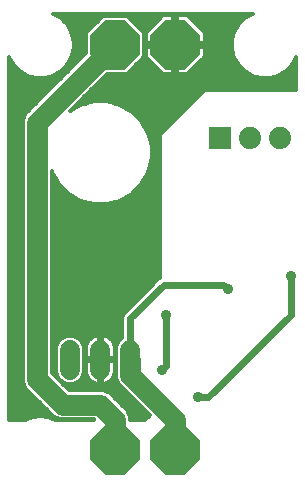
<source format=gbl>
G75*
G70*
%OFA0B0*%
%FSLAX24Y24*%
%IPPOS*%
%LPD*%
%AMOC8*
5,1,8,0,0,1.08239X$1,22.5*
%
%ADD10C,0.0660*%
%ADD11OC8,0.1640*%
%ADD12R,0.0740X0.0740*%
%ADD13C,0.0740*%
%ADD14C,0.0360*%
%ADD15C,0.0240*%
%ADD16C,0.0700*%
%ADD17C,0.0120*%
D10*
X002661Y004271D02*
X002661Y004931D01*
X003661Y004931D02*
X003661Y004271D01*
X004661Y004271D02*
X004661Y004931D01*
D11*
X004161Y001601D03*
X006161Y001601D03*
X006161Y015101D03*
X004161Y015101D03*
D12*
X007661Y011981D03*
D13*
X008661Y011981D03*
X009661Y011981D03*
D14*
X010011Y007401D03*
X007911Y006951D03*
X005861Y006101D03*
X004661Y007101D03*
X004661Y007601D03*
X004661Y008101D03*
X004661Y008601D03*
X004661Y009101D03*
X004661Y009601D03*
X003661Y009101D03*
X003661Y008601D03*
X003661Y008101D03*
X003661Y007601D03*
X003661Y007101D03*
X002661Y007101D03*
X002661Y007601D03*
X002661Y008101D03*
X002661Y008601D03*
X002661Y009101D03*
X002661Y009601D03*
X005711Y004251D03*
X006911Y003351D03*
D15*
X007261Y003351D01*
X010011Y006101D01*
X010011Y007401D01*
X007911Y006951D02*
X007761Y007101D01*
X005779Y007101D01*
X004661Y005983D01*
X004661Y004601D01*
X005711Y004251D02*
X005861Y004401D01*
X005861Y006101D01*
D16*
X004661Y004601D02*
X004661Y004101D01*
X006161Y002601D01*
X006161Y001601D01*
X004161Y001601D02*
X004161Y002601D01*
X003661Y003101D01*
X002411Y003101D01*
X001561Y003951D01*
X001561Y012501D01*
X004161Y015101D01*
D17*
X000621Y014694D02*
X000621Y002601D01*
X001173Y002601D01*
X001233Y002635D01*
X001515Y002711D01*
X001807Y002711D01*
X002090Y002635D01*
X002149Y002601D01*
X003468Y002601D01*
X003458Y002611D01*
X002314Y002611D01*
X002134Y002685D01*
X001996Y002823D01*
X001996Y002823D01*
X001284Y003535D01*
X001146Y003673D01*
X001071Y003853D01*
X001071Y012403D01*
X001071Y012598D01*
X001146Y012778D01*
X003201Y014834D01*
X003201Y015498D01*
X003764Y016061D01*
X004559Y016061D01*
X005121Y015498D01*
X005121Y014703D01*
X004559Y014141D01*
X003894Y014141D01*
X002638Y012884D01*
X003001Y013094D01*
X003436Y013211D01*
X003886Y013211D01*
X004321Y013094D01*
X004711Y012869D01*
X005030Y012551D01*
X005255Y012161D01*
X005371Y011726D01*
X005371Y011276D01*
X005255Y010841D01*
X005030Y010451D01*
X004711Y010132D01*
X004321Y009907D01*
X003886Y009791D01*
X003436Y009791D01*
X003001Y009907D01*
X002611Y010132D01*
X002293Y010451D01*
X002068Y010841D01*
X002051Y010903D01*
X002051Y004154D01*
X002614Y003591D01*
X003564Y003591D01*
X003759Y003591D01*
X003939Y003516D01*
X004439Y003016D01*
X004577Y002878D01*
X004651Y002698D01*
X004651Y002601D01*
X005161Y002601D01*
X005315Y002754D01*
X004246Y003823D01*
X004171Y004003D01*
X004171Y004198D01*
X004171Y004698D01*
X004191Y004746D01*
X004191Y005024D01*
X004263Y005197D01*
X004395Y005329D01*
X004401Y005332D01*
X004401Y005931D01*
X004401Y006034D01*
X004441Y006130D01*
X005559Y007248D01*
X005632Y007321D01*
X005661Y007333D01*
X005661Y012101D01*
X007161Y013601D01*
X010201Y013601D01*
X010201Y014694D01*
X010196Y014672D01*
X010049Y014419D01*
X009843Y014213D01*
X009590Y014066D01*
X009307Y013991D01*
X009015Y013991D01*
X008733Y014066D01*
X008480Y014213D01*
X008273Y014419D01*
X008127Y014672D01*
X008051Y014955D01*
X008051Y015247D01*
X008127Y015529D01*
X008273Y015782D01*
X008480Y015989D01*
X008733Y016135D01*
X008751Y016140D01*
X002080Y016138D01*
X002090Y016135D01*
X002343Y015989D01*
X002549Y015782D01*
X002696Y015529D01*
X002771Y015247D01*
X002771Y014955D01*
X002696Y014672D01*
X002549Y014419D01*
X002343Y014213D01*
X002090Y014066D01*
X001807Y013991D01*
X001515Y013991D01*
X001233Y014066D01*
X000980Y014213D01*
X000773Y014419D01*
X000627Y014672D01*
X000621Y014694D01*
X000621Y014682D02*
X000624Y014682D01*
X000621Y014563D02*
X000690Y014563D01*
X000621Y014445D02*
X000758Y014445D01*
X000866Y014326D02*
X000621Y014326D01*
X000621Y014207D02*
X000989Y014207D01*
X001194Y014089D02*
X000621Y014089D01*
X000621Y013970D02*
X002338Y013970D01*
X002219Y013852D02*
X000621Y013852D01*
X000621Y013733D02*
X002101Y013733D01*
X001982Y013615D02*
X000621Y013615D01*
X000621Y013496D02*
X001864Y013496D01*
X001745Y013378D02*
X000621Y013378D01*
X000621Y013259D02*
X001627Y013259D01*
X001508Y013141D02*
X000621Y013141D01*
X000621Y013022D02*
X001390Y013022D01*
X001271Y012903D02*
X000621Y012903D01*
X000621Y012785D02*
X001152Y012785D01*
X001099Y012666D02*
X000621Y012666D01*
X000621Y012548D02*
X001071Y012548D01*
X001071Y012429D02*
X000621Y012429D01*
X000621Y012311D02*
X001071Y012311D01*
X001071Y012192D02*
X000621Y012192D01*
X000621Y012074D02*
X001071Y012074D01*
X001071Y011955D02*
X000621Y011955D01*
X000621Y011837D02*
X001071Y011837D01*
X001071Y011718D02*
X000621Y011718D01*
X000621Y011599D02*
X001071Y011599D01*
X001071Y011481D02*
X000621Y011481D01*
X000621Y011362D02*
X001071Y011362D01*
X001071Y011244D02*
X000621Y011244D01*
X000621Y011125D02*
X001071Y011125D01*
X001071Y011007D02*
X000621Y011007D01*
X000621Y010888D02*
X001071Y010888D01*
X001071Y010770D02*
X000621Y010770D01*
X000621Y010651D02*
X001071Y010651D01*
X001071Y010533D02*
X000621Y010533D01*
X000621Y010414D02*
X001071Y010414D01*
X001071Y010296D02*
X000621Y010296D01*
X000621Y010177D02*
X001071Y010177D01*
X001071Y010058D02*
X000621Y010058D01*
X000621Y009940D02*
X001071Y009940D01*
X001071Y009821D02*
X000621Y009821D01*
X000621Y009703D02*
X001071Y009703D01*
X001071Y009584D02*
X000621Y009584D01*
X000621Y009466D02*
X001071Y009466D01*
X001071Y009347D02*
X000621Y009347D01*
X000621Y009229D02*
X001071Y009229D01*
X001071Y009110D02*
X000621Y009110D01*
X000621Y008992D02*
X001071Y008992D01*
X001071Y008873D02*
X000621Y008873D01*
X000621Y008754D02*
X001071Y008754D01*
X001071Y008636D02*
X000621Y008636D01*
X000621Y008517D02*
X001071Y008517D01*
X001071Y008399D02*
X000621Y008399D01*
X000621Y008280D02*
X001071Y008280D01*
X001071Y008162D02*
X000621Y008162D01*
X000621Y008043D02*
X001071Y008043D01*
X001071Y007925D02*
X000621Y007925D01*
X000621Y007806D02*
X001071Y007806D01*
X001071Y007688D02*
X000621Y007688D01*
X000621Y007569D02*
X001071Y007569D01*
X001071Y007450D02*
X000621Y007450D01*
X000621Y007332D02*
X001071Y007332D01*
X001071Y007213D02*
X000621Y007213D01*
X000621Y007095D02*
X001071Y007095D01*
X001071Y006976D02*
X000621Y006976D01*
X000621Y006858D02*
X001071Y006858D01*
X001071Y006739D02*
X000621Y006739D01*
X000621Y006621D02*
X001071Y006621D01*
X001071Y006502D02*
X000621Y006502D01*
X000621Y006384D02*
X001071Y006384D01*
X001071Y006265D02*
X000621Y006265D01*
X000621Y006146D02*
X001071Y006146D01*
X001071Y006028D02*
X000621Y006028D01*
X000621Y005909D02*
X001071Y005909D01*
X001071Y005791D02*
X000621Y005791D01*
X000621Y005672D02*
X001071Y005672D01*
X001071Y005554D02*
X000621Y005554D01*
X000621Y005435D02*
X001071Y005435D01*
X001071Y005317D02*
X000621Y005317D01*
X000621Y005198D02*
X001071Y005198D01*
X001071Y005080D02*
X000621Y005080D01*
X000621Y004961D02*
X001071Y004961D01*
X001071Y004843D02*
X000621Y004843D01*
X000621Y004724D02*
X001071Y004724D01*
X001071Y004605D02*
X000621Y004605D01*
X000621Y004487D02*
X001071Y004487D01*
X001071Y004368D02*
X000621Y004368D01*
X000621Y004250D02*
X001071Y004250D01*
X001071Y004131D02*
X000621Y004131D01*
X000621Y004013D02*
X001071Y004013D01*
X001071Y003894D02*
X000621Y003894D01*
X000621Y003776D02*
X001103Y003776D01*
X001162Y003657D02*
X000621Y003657D01*
X000621Y003539D02*
X001281Y003539D01*
X001399Y003420D02*
X000621Y003420D01*
X000621Y003301D02*
X001518Y003301D01*
X001636Y003183D02*
X000621Y003183D01*
X000621Y003064D02*
X001755Y003064D01*
X001873Y002946D02*
X000621Y002946D01*
X000621Y002827D02*
X001992Y002827D01*
X002110Y002709D02*
X001815Y002709D01*
X001508Y002709D02*
X000621Y002709D01*
X002051Y004250D02*
X002191Y004250D01*
X002191Y004177D02*
X002263Y004005D01*
X002395Y003872D01*
X002568Y003801D01*
X002755Y003801D01*
X002927Y003872D01*
X003060Y004005D01*
X003131Y004177D01*
X003131Y005024D01*
X003060Y005197D01*
X002927Y005329D01*
X002755Y005401D01*
X002568Y005401D01*
X002395Y005329D01*
X002263Y005197D01*
X002191Y005024D01*
X002191Y004177D01*
X002210Y004131D02*
X002074Y004131D01*
X002192Y004013D02*
X002259Y004013D01*
X002311Y003894D02*
X002373Y003894D01*
X002429Y003776D02*
X004293Y003776D01*
X004216Y003894D02*
X003976Y003894D01*
X003980Y003897D02*
X004035Y003952D01*
X004080Y004014D01*
X004115Y004083D01*
X004139Y004156D01*
X004151Y004232D01*
X004151Y004551D01*
X003711Y004551D01*
X003711Y003783D01*
X003776Y003793D01*
X003849Y003817D01*
X003918Y003852D01*
X003980Y003897D01*
X004079Y004013D02*
X004171Y004013D01*
X004171Y004131D02*
X004131Y004131D01*
X004151Y004250D02*
X004171Y004250D01*
X004171Y004368D02*
X004151Y004368D01*
X004151Y004487D02*
X004171Y004487D01*
X004171Y004605D02*
X003711Y004605D01*
X003711Y004651D02*
X004151Y004651D01*
X004151Y004969D01*
X004139Y005046D01*
X004115Y005119D01*
X004080Y005188D01*
X004035Y005250D01*
X003980Y005305D01*
X003918Y005350D01*
X003849Y005385D01*
X003776Y005409D01*
X003711Y005419D01*
X003711Y004651D01*
X003611Y004651D01*
X003611Y004551D01*
X003171Y004551D01*
X003171Y004232D01*
X003183Y004156D01*
X003207Y004083D01*
X003242Y004014D01*
X003287Y003952D01*
X003342Y003897D01*
X003404Y003852D01*
X003473Y003817D01*
X003546Y003793D01*
X003611Y003783D01*
X003611Y004551D01*
X003711Y004551D01*
X003711Y004651D01*
X003711Y004724D02*
X003611Y004724D01*
X003611Y004651D02*
X003611Y005419D01*
X003546Y005409D01*
X003473Y005385D01*
X003404Y005350D01*
X003342Y005305D01*
X003287Y005250D01*
X003242Y005188D01*
X003207Y005119D01*
X003183Y005046D01*
X003171Y004969D01*
X003171Y004651D01*
X003611Y004651D01*
X003611Y004605D02*
X003131Y004605D01*
X003131Y004487D02*
X003171Y004487D01*
X003171Y004368D02*
X003131Y004368D01*
X003131Y004250D02*
X003171Y004250D01*
X003191Y004131D02*
X003112Y004131D01*
X003063Y004013D02*
X003243Y004013D01*
X003346Y003894D02*
X002949Y003894D01*
X002548Y003657D02*
X004412Y003657D01*
X004531Y003539D02*
X003885Y003539D01*
X004035Y003420D02*
X004649Y003420D01*
X004768Y003301D02*
X004154Y003301D01*
X004272Y003183D02*
X004886Y003183D01*
X005005Y003064D02*
X004391Y003064D01*
X004509Y002946D02*
X005123Y002946D01*
X005242Y002827D02*
X004598Y002827D01*
X004647Y002709D02*
X005269Y002709D01*
X004182Y004724D02*
X004151Y004724D01*
X004151Y004843D02*
X004191Y004843D01*
X004191Y004961D02*
X004151Y004961D01*
X004128Y005080D02*
X004214Y005080D01*
X004264Y005198D02*
X004073Y005198D01*
X003964Y005317D02*
X004382Y005317D01*
X004401Y005435D02*
X002051Y005435D01*
X002051Y005317D02*
X002382Y005317D01*
X002264Y005198D02*
X002051Y005198D01*
X002051Y005080D02*
X002214Y005080D01*
X002191Y004961D02*
X002051Y004961D01*
X002051Y004843D02*
X002191Y004843D01*
X002191Y004724D02*
X002051Y004724D01*
X002051Y004605D02*
X002191Y004605D01*
X002191Y004487D02*
X002051Y004487D01*
X002051Y004368D02*
X002191Y004368D01*
X002051Y005554D02*
X004401Y005554D01*
X004401Y005672D02*
X002051Y005672D01*
X002051Y005791D02*
X004401Y005791D01*
X004401Y005909D02*
X002051Y005909D01*
X002051Y006028D02*
X004401Y006028D01*
X004457Y006146D02*
X002051Y006146D01*
X002051Y006265D02*
X004576Y006265D01*
X004694Y006384D02*
X002051Y006384D01*
X002051Y006502D02*
X004813Y006502D01*
X004931Y006621D02*
X002051Y006621D01*
X002051Y006739D02*
X005050Y006739D01*
X005169Y006858D02*
X002051Y006858D01*
X002051Y006976D02*
X005287Y006976D01*
X005406Y007095D02*
X002051Y007095D01*
X002051Y007213D02*
X005524Y007213D01*
X005658Y007332D02*
X002051Y007332D01*
X002051Y007450D02*
X005661Y007450D01*
X005661Y007569D02*
X002051Y007569D01*
X002051Y007688D02*
X005661Y007688D01*
X005661Y007806D02*
X002051Y007806D01*
X002051Y007925D02*
X005661Y007925D01*
X005661Y008043D02*
X002051Y008043D01*
X002051Y008162D02*
X005661Y008162D01*
X005661Y008280D02*
X002051Y008280D01*
X002051Y008399D02*
X005661Y008399D01*
X005661Y008517D02*
X002051Y008517D01*
X002051Y008636D02*
X005661Y008636D01*
X005661Y008754D02*
X002051Y008754D01*
X002051Y008873D02*
X005661Y008873D01*
X005661Y008992D02*
X002051Y008992D01*
X002051Y009110D02*
X005661Y009110D01*
X005661Y009229D02*
X002051Y009229D01*
X002051Y009347D02*
X005661Y009347D01*
X005661Y009466D02*
X002051Y009466D01*
X002051Y009584D02*
X005661Y009584D01*
X005661Y009703D02*
X002051Y009703D01*
X002051Y009821D02*
X003322Y009821D01*
X002945Y009940D02*
X002051Y009940D01*
X002051Y010058D02*
X002739Y010058D01*
X002567Y010177D02*
X002051Y010177D01*
X002051Y010296D02*
X002448Y010296D01*
X002330Y010414D02*
X002051Y010414D01*
X002051Y010533D02*
X002246Y010533D01*
X002177Y010651D02*
X002051Y010651D01*
X002051Y010770D02*
X002109Y010770D01*
X002055Y010888D02*
X002051Y010888D01*
X002657Y012903D02*
X002671Y012903D01*
X002775Y013022D02*
X002876Y013022D01*
X002894Y013141D02*
X003174Y013141D01*
X003131Y013378D02*
X006938Y013378D01*
X007057Y013496D02*
X003250Y013496D01*
X003368Y013615D02*
X010201Y013615D01*
X010201Y013733D02*
X003487Y013733D01*
X003605Y013852D02*
X010201Y013852D01*
X010201Y013970D02*
X003724Y013970D01*
X003842Y014089D02*
X008694Y014089D01*
X008489Y014207D02*
X006654Y014207D01*
X006567Y014121D02*
X007141Y014695D01*
X007141Y015041D01*
X006221Y015041D01*
X006221Y014121D01*
X006567Y014121D01*
X006772Y014326D02*
X008366Y014326D01*
X008258Y014445D02*
X006891Y014445D01*
X007009Y014563D02*
X008190Y014563D01*
X008124Y014682D02*
X007128Y014682D01*
X007141Y014800D02*
X008093Y014800D01*
X008061Y014919D02*
X007141Y014919D01*
X007141Y015037D02*
X008051Y015037D01*
X008051Y015156D02*
X006221Y015156D01*
X006221Y015161D02*
X007141Y015161D01*
X007141Y015507D01*
X006567Y016081D01*
X006221Y016081D01*
X006221Y015161D01*
X006101Y015161D01*
X006101Y015041D01*
X005181Y015041D01*
X005181Y014695D01*
X005755Y014121D01*
X006101Y014121D01*
X006101Y015041D01*
X006221Y015041D01*
X006221Y015161D01*
X006221Y015274D02*
X006101Y015274D01*
X006101Y015161D02*
X006101Y016081D01*
X005755Y016081D01*
X005181Y015507D01*
X005181Y015161D01*
X006101Y015161D01*
X006101Y015156D02*
X005121Y015156D01*
X005121Y015274D02*
X005181Y015274D01*
X005181Y015393D02*
X005121Y015393D01*
X005108Y015511D02*
X005186Y015511D01*
X005305Y015630D02*
X004990Y015630D01*
X004871Y015749D02*
X005423Y015749D01*
X005542Y015867D02*
X004753Y015867D01*
X004634Y015986D02*
X005660Y015986D01*
X006101Y015986D02*
X006221Y015986D01*
X006221Y015867D02*
X006101Y015867D01*
X006101Y015749D02*
X006221Y015749D01*
X006221Y015630D02*
X006101Y015630D01*
X006101Y015511D02*
X006221Y015511D01*
X006221Y015393D02*
X006101Y015393D01*
X006101Y015037D02*
X006221Y015037D01*
X006221Y014919D02*
X006101Y014919D01*
X006101Y014800D02*
X006221Y014800D01*
X006221Y014682D02*
X006101Y014682D01*
X006101Y014563D02*
X006221Y014563D01*
X006221Y014445D02*
X006101Y014445D01*
X006101Y014326D02*
X006221Y014326D01*
X006221Y014207D02*
X006101Y014207D01*
X005669Y014207D02*
X004626Y014207D01*
X004744Y014326D02*
X005550Y014326D01*
X005432Y014445D02*
X004863Y014445D01*
X004981Y014563D02*
X005313Y014563D01*
X005194Y014682D02*
X005100Y014682D01*
X005121Y014800D02*
X005181Y014800D01*
X005181Y014919D02*
X005121Y014919D01*
X005121Y015037D02*
X005181Y015037D01*
X004148Y013141D02*
X006701Y013141D01*
X006582Y013022D02*
X004446Y013022D01*
X004652Y012903D02*
X006464Y012903D01*
X006345Y012785D02*
X004795Y012785D01*
X004914Y012666D02*
X006227Y012666D01*
X006108Y012548D02*
X005031Y012548D01*
X005100Y012429D02*
X005990Y012429D01*
X005871Y012311D02*
X005168Y012311D01*
X005237Y012192D02*
X005753Y012192D01*
X005661Y012074D02*
X005278Y012074D01*
X005310Y011955D02*
X005661Y011955D01*
X005661Y011837D02*
X005342Y011837D01*
X005371Y011718D02*
X005661Y011718D01*
X005661Y011599D02*
X005371Y011599D01*
X005371Y011481D02*
X005661Y011481D01*
X005661Y011362D02*
X005371Y011362D01*
X005363Y011244D02*
X005661Y011244D01*
X005661Y011125D02*
X005331Y011125D01*
X005299Y011007D02*
X005661Y011007D01*
X005661Y010888D02*
X005267Y010888D01*
X005214Y010770D02*
X005661Y010770D01*
X005661Y010651D02*
X005145Y010651D01*
X005077Y010533D02*
X005661Y010533D01*
X005661Y010414D02*
X004993Y010414D01*
X004874Y010296D02*
X005661Y010296D01*
X005661Y010177D02*
X004756Y010177D01*
X004583Y010058D02*
X005661Y010058D01*
X005661Y009940D02*
X004378Y009940D01*
X004000Y009821D02*
X005661Y009821D01*
X006820Y013259D02*
X003013Y013259D01*
X002456Y014089D02*
X002129Y014089D01*
X002334Y014207D02*
X002575Y014207D01*
X002456Y014326D02*
X002694Y014326D01*
X002812Y014445D02*
X002564Y014445D01*
X002632Y014563D02*
X002931Y014563D01*
X003049Y014682D02*
X002698Y014682D01*
X002730Y014800D02*
X003168Y014800D01*
X003201Y014919D02*
X002762Y014919D01*
X002771Y015037D02*
X003201Y015037D01*
X003201Y015156D02*
X002771Y015156D01*
X002764Y015274D02*
X003201Y015274D01*
X003201Y015393D02*
X002732Y015393D01*
X002700Y015511D02*
X003214Y015511D01*
X003333Y015630D02*
X002637Y015630D01*
X002569Y015749D02*
X003451Y015749D01*
X003570Y015867D02*
X002465Y015867D01*
X002346Y015986D02*
X003688Y015986D01*
X002143Y016104D02*
X008679Y016104D01*
X008476Y015986D02*
X006662Y015986D01*
X006781Y015867D02*
X008358Y015867D01*
X008254Y015749D02*
X006899Y015749D01*
X007018Y015630D02*
X008185Y015630D01*
X008122Y015511D02*
X007136Y015511D01*
X007141Y015393D02*
X008090Y015393D01*
X008059Y015274D02*
X007141Y015274D01*
X009629Y014089D02*
X010201Y014089D01*
X010201Y014207D02*
X009834Y014207D01*
X009956Y014326D02*
X010201Y014326D01*
X010201Y014445D02*
X010064Y014445D01*
X010132Y014563D02*
X010201Y014563D01*
X010198Y014682D02*
X010201Y014682D01*
X003711Y005317D02*
X003611Y005317D01*
X003611Y005198D02*
X003711Y005198D01*
X003711Y005080D02*
X003611Y005080D01*
X003611Y004961D02*
X003711Y004961D01*
X003711Y004843D02*
X003611Y004843D01*
X003611Y004487D02*
X003711Y004487D01*
X003711Y004368D02*
X003611Y004368D01*
X003611Y004250D02*
X003711Y004250D01*
X003711Y004131D02*
X003611Y004131D01*
X003611Y004013D02*
X003711Y004013D01*
X003711Y003894D02*
X003611Y003894D01*
X003171Y004724D02*
X003131Y004724D01*
X003131Y004843D02*
X003171Y004843D01*
X003171Y004961D02*
X003131Y004961D01*
X003108Y005080D02*
X003194Y005080D01*
X003250Y005198D02*
X003059Y005198D01*
X002940Y005317D02*
X003359Y005317D01*
M02*

</source>
